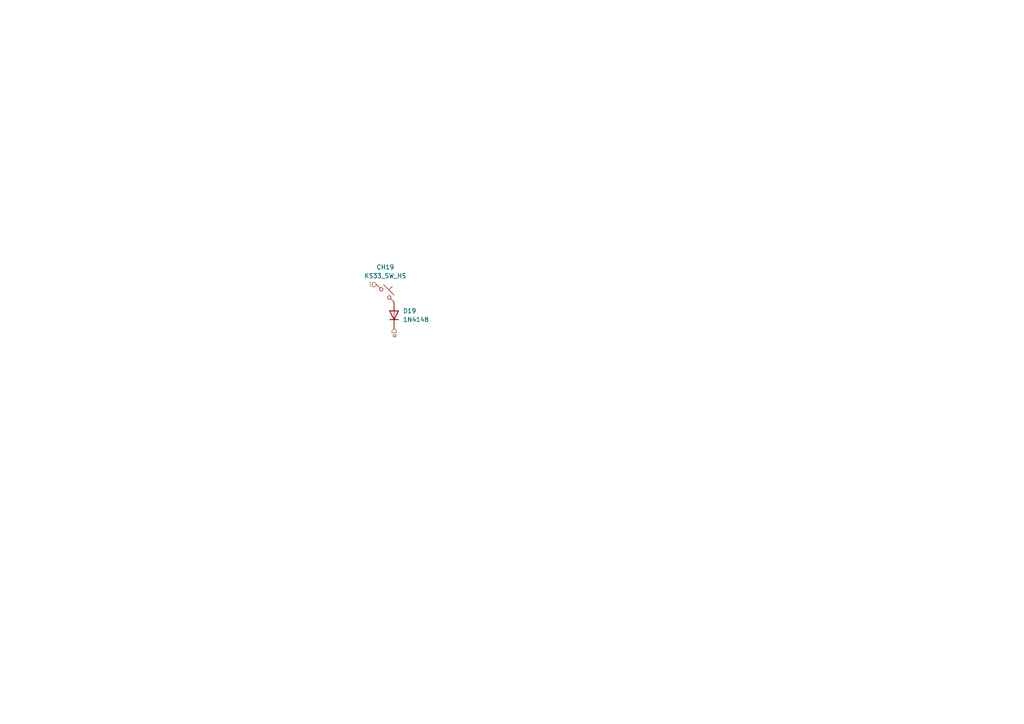
<source format=kicad_sch>
(kicad_sch (version 20250114) (generator "eeschema") (generator_version "9.0")
  (paper "A4")
  (lib_symbols
    (symbol "Diode:1N4148" (pin_numbers (hide yes)) (pin_names (hide yes))
      (property "Reference" "D" (at 0 2.54 0))
      (property "Value" "1N4148" (at 0 -2.54 0))
      (symbol "1N4148_0_1"
        (polyline (pts (xy -1.27 1.27) (xy -1.27 -1.27)) (stroke (width 0.254)))
        (polyline (pts (xy 1.27 1.27) (xy 1.27 -1.27) (xy -1.27 0) (xy 1.27 1.27)) (stroke (width 0.254)))
        (polyline (pts (xy 1.27 0) (xy -1.27 0)))
      )
      (symbol "1N4148_1_1"
        (pin passive line (at -3.81 0 0) (length 2.54) (name "K") (number "1"))
        (pin passive line (at 3.81 0 180) (length 2.54) (name "A") (number "2"))
      )
    )
    (symbol "PCM_marbastlib-gateron_lp:KS33_SW_HS_KS-2P02B01-02" (pin_numbers (hide yes)) (pin_names (offset 1.016) (hide yes))
      (property "Reference" "CH" (at 3.048 1.016 0))
      (property "Value" "KS33_SW_HS" (at 0 -3.81 0))
      (symbol "KS33_SW_HS_KS-2P02B01-02_0_1"
        (polyline (pts (xy -2.54 2.54) (xy -1.524 1.524) (xy -1.524 1.524)))
        (circle (center -1.1684 1.1684) (radius 0.508))
        (polyline (pts (xy -0.508 2.54) (xy 2.54 -0.508)))
        (polyline (pts (xy 1.016 1.016) (xy 2.032 2.032)))
        (circle (center 1.143 -1.1938) (radius 0.508))
        (polyline (pts (xy 1.524 -1.524) (xy 2.54 -2.54) (xy 2.54 -2.54) (xy 2.54 -2.54)))
        (pin passive line (at -2.54 2.54 0) (length 0) (name "1") (number "1"))
        (pin passive line (at 2.54 -2.54 180) (length 0) (name "2") (number "2"))
      )
    )
  )
  (hierarchical_label "o" (shape input) (at 114.3 95.25 270))
  (hierarchical_label "i" (shape input) (at 109.22 82.55 180))
  (symbol (lib_id "PCM_marbastlib-gateron_lp:KS33_SW_HS_KS-2P02B01-02") (at 111.76 85.09 0) (unit 1)
    (property "Reference" "CH1" (at 111.76 77.47 0))
    (property "Value" "KS33_SW_HS" (at 111.76 80.01 0))
    (property "Footprint" "Library:Kailh_socket_MX_reversible" (effects (hide yes)))
    (property "Description" "Push button switch, normally open, two pins, 45° tilted" (effects (hide yes)))
    (instances (project "V3nrf" (path "" (reference "CH19") (unit 1)) (path "" (reference "CH7") (unit 1)) (path "" (reference "CH6") (unit 1)) (path "" (reference "CH23") (unit 1)) (path "" (reference "CH2") (unit 1)) (path "" (reference "CH4") (unit 1)) (path "" (reference "CH1") (unit 1)) (path "" (reference "CH18") (unit 1)) (path "" (reference "CH21") (unit 1)) (path "" (reference "CH22") (unit 1)) (path "" (reference "CH15") (unit 1)) (path "" (reference "CH10") (unit 1)) (path "" (reference "CH13") (unit 1)) (path "" (reference "CH14") (unit 1)) (path "" (reference "CH12") (unit 1)) (path "" (reference "CH5") (unit 1)) (path "" (reference "CH20") (unit 1)) (path "" (reference "CH11") (unit 1)) (path "" (reference "CH8") (unit 1)) (path "" (reference "CH16") (unit 1)) (path "" (reference "CH17") (unit 1)) (path "" (reference "CH3") (unit 1)) (path "" (reference "CH9") (unit 1))) (project "nrf" (path "" (reference "CH4") (unit 1)) (path "" (reference "CH14") (unit 1)) (path "" (reference "CH3") (unit 1)) (path "" (reference "CH8") (unit 1)) (path "" (reference "CH22") (unit 1)) (path "" (reference "CH23") (unit 1)) (path "" (reference "CH16") (unit 1)) (path "" (reference "CH21") (unit 1)) (path "" (reference "CH10") (unit 1)) (path "" (reference "CH1") (unit 1)) (path "" (reference "CH15") (unit 1)) (path "" (reference "CH20") (unit 1)) (path "" (reference "CH11") (unit 1)) (path "" (reference "CH13") (unit 1)) (path "" (reference "CH12") (unit 1)) (path "" (reference "CH18") (unit 1)) (path "" (reference "CH6") (unit 1)) (path "" (reference "CH5") (unit 1)) (path "" (reference "CH17") (unit 1)) (path "" (reference "CH7") (unit 1)) (path "" (reference "CH19") (unit 1)) (path "" (reference "CH9") (unit 1)) (path "" (reference "CH2") (unit 1))))
  )
  (symbol (lib_id "Diode:1N4148") (at 114.3 91.44 90) (unit 1)
    (property "Reference" "D1" (at 116.84 90.1699 90) (effects (justify right)))
    (property "Value" "1N4148" (at 116.84 92.7099 90) (effects (justify right)))
    (property "Footprint" "Diode_THT:D_DO-35_SOD27_P7.62mm_Horizontal" (effects (hide yes)))
    (property "Datasheet" "https://assets.nexperia.com/documents/data-sheet/1N4148_1N4448.pdf" (effects (hide yes)))
    (property "Description" "100V 0.15A standard switching diode, DO-35" (effects (hide yes)))
    (property "Sim.Device" "D" (effects (hide yes)))
    (property "Sim.Pins" "1=K 2=A" (effects (hide yes)))
    (instances (project "V3nrf" (path "" (reference "D19") (unit 1)) (path "" (reference "D7") (unit 1)) (path "" (reference "D6") (unit 1)) (path "" (reference "D23") (unit 1)) (path "" (reference "D2") (unit 1)) (path "" (reference "D4") (unit 1)) (path "" (reference "D1") (unit 1)) (path "" (reference "D18") (unit 1)) (path "" (reference "D21") (unit 1)) (path "" (reference "D22") (unit 1)) (path "" (reference "D15") (unit 1)) (path "" (reference "D10") (unit 1)) (path "" (reference "D13") (unit 1)) (path "" (reference "D14") (unit 1)) (path "" (reference "D12") (unit 1)) (path "" (reference "D5") (unit 1)) (path "" (reference "D20") (unit 1)) (path "" (reference "D11") (unit 1)) (path "" (reference "D8") (unit 1)) (path "" (reference "D16") (unit 1)) (path "" (reference "D17") (unit 1)) (path "" (reference "D3") (unit 1)) (path "" (reference "D9") (unit 1))) (project "nrf" (path "" (reference "D4") (unit 1)) (path "" (reference "D14") (unit 1)) (path "" (reference "D3") (unit 1)) (path "" (reference "D8") (unit 1)) (path "" (reference "D22") (unit 1)) (path "" (reference "D23") (unit 1)) (path "" (reference "D16") (unit 1)) (path "" (reference "D21") (unit 1)) (path "" (reference "D10") (unit 1)) (path "" (reference "D1") (unit 1)) (path "" (reference "D15") (unit 1)) (path "" (reference "D20") (unit 1)) (path "" (reference "D11") (unit 1)) (path "" (reference "D13") (unit 1)) (path "" (reference "D12") (unit 1)) (path "" (reference "D18") (unit 1)) (path "" (reference "D6") (unit 1)) (path "" (reference "D5") (unit 1)) (path "" (reference "D17") (unit 1)) (path "" (reference "D7") (unit 1)) (path "" (reference "D19") (unit 1)) (path "" (reference "D9") (unit 1)) (path "" (reference "D2") (unit 1))))
  )
)
</source>
